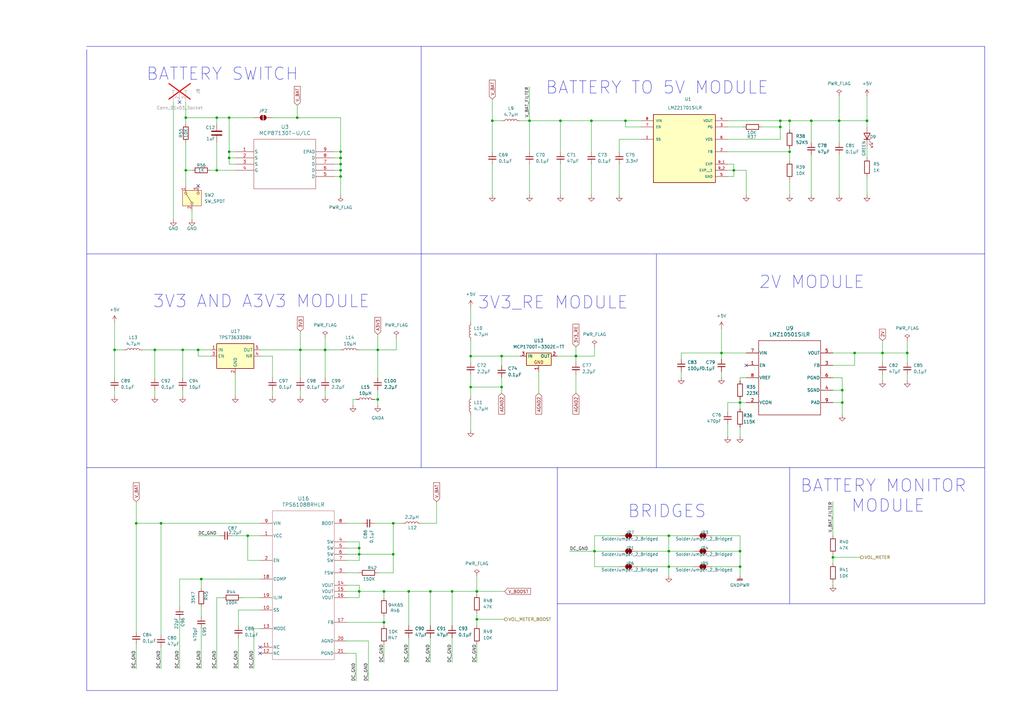
<source format=kicad_sch>
(kicad_sch (version 20250114) (generator "eeschema") (generator_version "9.0")
  (paper "A3")
  (title_block (title "Rabosa Micromouse") (rev "1.0") (company "XorvaLabs ") (comment 1 "Schematic design based on Green Ye's Green Giant 5.19V micromouse") (comment 2 "And in OPRobots streams"))
  (text "3V3_RE MODULE" (at 226.822 124.206 0) (effects (font (size 5.08 5.08))))
  (text "BATTERY SWITCH" (at 91.186 30.48 0) (effects (font (size 5.08 5.08))))
  (text "BATTERY MONITOR \nMODULE" (at 364.236 203.454 0) (effects (font (size 5.08 5.08))))
  (text "BRIDGES" (at 273.558 209.804 0) (effects (font (size 5.08 5.08))))
  (text "3V3 AND A3V3 MODULE" (at 107.188 123.698 0) (effects (font (size 5.08 5.08))))
  (text "2V MODULE" (at 332.994 115.824 0) (effects (font (size 5.08 5.08))))
  (text "BATTERY TO 5V MODULE" (at 269.494 36.068 0) (effects (font (size 5.08 5.08))))
  (junction (at 256.54 49.53))
  (junction (at 217.17 49.53))
  (junction (at 147.32 227.33))
  (junction (at 274.32 232.41))
  (junction (at 303.53 226.06))
  (junction (at 123.19 143.51))
  (junction (at 93.98 62.23))
  (junction (at 88.9 69.85))
  (junction (at 323.85 49.53))
  (junction (at 205.74 158.75))
  (junction (at 372.11 144.78))
  (junction (at 355.6 49.53))
  (junction (at 161.29 227.33))
  (junction (at 176.53 242.57))
  (junction (at 147.32 242.57))
  (junction (at 55.88 214.63))
  (junction (at 320.04 49.53))
  (junction (at 236.22 146.05))
  (junction (at 201.93 49.53))
  (junction (at 157.48 242.57))
  (junction (at 195.58 242.57))
  (junction (at 303.53 232.41))
  (junction (at 323.85 62.23))
  (junction (at 193.04 146.05))
  (junction (at 361.95 144.78))
  (junction (at 320.04 52.07))
  (junction (at 139.7 62.23))
  (junction (at 295.91 144.78))
  (junction (at 350.52 144.78))
  (junction (at 93.98 48.26))
  (junction (at 139.7 64.77))
  (junction (at 139.7 67.31))
  (junction (at 303.53 165.1))
  (junction (at 229.87 49.53))
  (junction (at 154.94 143.51))
  (junction (at 147.32 224.79))
  (junction (at 157.48 255.27))
  (junction (at 195.58 254))
  (junction (at 76.2 69.85))
  (junction (at 274.32 226.06))
  (junction (at 167.64 242.57))
  (junction (at 139.7 72.39))
  (junction (at 74.93 143.51))
  (junction (at 82.55 237.49))
  (junction (at 205.74 146.05))
  (junction (at 345.44 160.02))
  (junction (at 274.32 219.71))
  (junction (at 161.29 214.63))
  (junction (at 101.6 219.71))
  (junction (at 185.42 242.57))
  (junction (at 345.44 165.1))
  (junction (at 76.2 48.26))
  (junction (at 193.04 158.75))
  (junction (at 243.84 226.06))
  (junction (at 93.98 64.77))
  (junction (at 46.99 143.51))
  (junction (at 66.04 214.63))
  (junction (at 344.17 49.53))
  (junction (at 154.94 163.83))
  (junction (at 88.9 48.26))
  (junction (at 81.28 143.51))
  (junction (at 63.5 143.51))
  (junction (at 242.57 49.53))
  (junction (at 121.92 48.26))
  (junction (at 300.99 69.85))
  (junction (at 341.63 228.6))
  (junction (at 139.7 69.85))
  (junction (at 133.35 143.51))
  (junction (at 332.74 49.53))
  (no_connect (at 73.66 41.91))
  (no_connect (at 106.68 267.97))
  (no_connect (at 106.68 265.43))
  (no_connect (at 306.07 149.86))
  (no_connect (at 81.28 76.2))
  (wire (pts (xy 104.14 257.81) (xy 104.14 274.32)))
  (wire (pts (xy 153.67 163.83) (xy 154.94 163.83)))
  (wire (pts (xy 55.88 205.74) (xy 55.88 214.63)))
  (wire (pts (xy 88.9 245.11) (xy 88.9 274.32)))
  (wire (pts (xy 341.63 144.78) (xy 350.52 144.78)))
  (wire (pts (xy 133.35 138.43) (xy 133.35 143.51)))
  (wire (pts (xy 106.68 237.49) (xy 82.55 237.49)))
  (wire (pts (xy 147.32 222.25) (xy 147.32 224.79)))
  (wire (pts (xy 139.7 64.77) (xy 139.7 67.31)))
  (wire (pts (xy 46.99 143.51) (xy 46.99 154.94)))
  (wire (pts (xy 76.2 41.91) (xy 76.2 48.26)))
  (wire (pts (xy 195.58 236.22) (xy 195.58 242.57)))
  (wire (pts (xy 298.45 165.1) (xy 298.45 168.91)))
  (wire (pts (xy 193.04 146.05) (xy 193.04 148.59)))
  (wire (pts (xy 147.32 242.57) (xy 147.32 245.11)))
  (wire (pts (xy 320.04 49.53) (xy 298.45 49.53)))
  (wire (pts (xy 133.35 160.02) (xy 133.35 162.56)))
  (wire (pts (xy 111.76 146.05) (xy 111.76 154.94)))
  (wire (pts (xy 147.32 224.79) (xy 147.32 227.33)))
  (wire (pts (xy 205.74 146.05) (xy 213.36 146.05)))
  (wire (pts (xy 205.74 154.94) (xy 205.74 158.75)))
  (wire (pts (xy 242.57 62.23) (xy 242.57 49.53)))
  (wire (pts (xy 205.74 158.75) (xy 193.04 158.75)))
  (wire (pts (xy 95.25 219.71) (xy 101.6 219.71)))
  (wire (pts (xy 344.17 49.53) (xy 344.17 58.42)))
  (wire (pts (xy 344.17 49.53) (xy 355.6 49.53)))
  (wire (pts (xy 157.48 242.57) (xy 167.64 242.57)))
  (wire (pts (xy 303.53 175.26) (xy 303.53 179.07)))
  (wire (pts (xy 243.84 142.24) (xy 243.84 146.05)))
  (wire (pts (xy 361.95 148.59) (xy 361.95 144.78)))
  (wire (pts (xy 261.62 226.06) (xy 274.32 226.06)))
  (wire (pts (xy 300.99 67.31) (xy 300.99 69.85)))
  (wire (pts (xy 193.04 158.75) (xy 193.04 162.56)))
  (wire (pts (xy 256.54 49.53) (xy 262.89 49.53)))
  (wire (pts (xy 195.58 242.57) (xy 195.58 243.84)))
  (wire (pts (xy 298.45 67.31) (xy 300.99 67.31)))
  (wire (pts (xy 220.98 152.4) (xy 220.98 161.29)))
  (wire (pts (xy 193.04 153.67) (xy 193.04 158.75)))
  (wire (pts (xy 147.32 227.33) (xy 147.32 229.87)))
  (wire (pts (xy 96.52 162.56) (xy 96.52 153.67)))
  (wire (pts (xy 295.91 134.62) (xy 295.91 144.78)))
  (wire (pts (xy 179.07 214.63) (xy 172.72 214.63)))
  (polyline (pts (xy 172.72 19.05) (xy 172.72 104.14)))
  (polyline (pts (xy 35.56 20.32) (xy 35.56 283.21)))
  (wire (pts (xy 341.63 160.02) (xy 345.44 160.02)))
  (wire (pts (xy 195.58 242.57) (xy 207.01 242.57)))
  (wire (pts (xy 303.53 226.06) (xy 303.53 232.41)))
  (wire (pts (xy 74.93 143.51) (xy 81.28 143.51)))
  (wire (pts (xy 121.92 43.18) (xy 121.92 48.26)))
  (wire (pts (xy 303.53 163.83) (xy 303.53 165.1)))
  (wire (pts (xy 137.16 72.39) (xy 139.7 72.39)))
  (wire (pts (xy 55.88 214.63) (xy 55.88 259.08)))
  (wire (pts (xy 81.28 143.51) (xy 86.36 143.51)))
  (wire (pts (xy 93.98 64.77) (xy 93.98 62.23)))
  (wire (pts (xy 73.66 254) (xy 73.66 274.32)))
  (wire (pts (xy 137.16 67.31) (xy 139.7 67.31)))
  (wire (pts (xy 86.36 146.05) (xy 81.28 146.05)))
  (wire (pts (xy 176.53 242.57) (xy 185.42 242.57)))
  (wire (pts (xy 147.32 143.51) (xy 154.94 143.51)))
  (wire (pts (xy 82.55 237.49) (xy 82.55 241.3)))
  (wire (pts (xy 99.06 245.11) (xy 106.68 245.11)))
  (wire (pts (xy 236.22 153.67) (xy 236.22 161.29)))
  (wire (pts (xy 261.62 232.41) (xy 274.32 232.41)))
  (wire (pts (xy 111.76 48.26) (xy 121.92 48.26)))
  (polyline (pts (xy 35.56 191.77) (xy 228.6 191.77)))
  (wire (pts (xy 88.9 50.8) (xy 88.9 48.26)))
  (wire (pts (xy 295.91 144.78) (xy 306.07 144.78)))
  (wire (pts (xy 306.07 69.85) (xy 306.07 80.01)))
  (wire (pts (xy 274.32 226.06) (xy 284.48 226.06)))
  (wire (pts (xy 93.98 48.26) (xy 104.14 48.26)))
  (wire (pts (xy 71.12 41.91) (xy 71.12 90.17)))
  (wire (pts (xy 341.63 165.1) (xy 345.44 165.1)))
  (wire (pts (xy 341.63 205.74) (xy 341.63 219.71)))
  (wire (pts (xy 195.58 254) (xy 195.58 256.54)))
  (wire (pts (xy 88.9 69.85) (xy 86.36 69.85)))
  (wire (pts (xy 303.53 219.71) (xy 303.53 226.06)))
  (wire (pts (xy 139.7 48.26) (xy 139.7 62.23)))
  (wire (pts (xy 101.6 219.71) (xy 106.68 219.71)))
  (wire (pts (xy 146.05 267.97) (xy 146.05 279.4)))
  (polyline (pts (xy 403.86 247.65) (xy 323.85 247.65)))
  (wire (pts (xy 123.19 160.02) (xy 123.19 162.56)))
  (wire (pts (xy 341.63 238.76) (xy 341.63 240.03)))
  (wire (pts (xy 55.88 214.63) (xy 66.04 214.63)))
  (wire (pts (xy 254 232.41) (xy 243.84 232.41)))
  (polyline (pts (xy 403.86 104.14) (xy 403.86 247.65)))
  (polyline (pts (xy 269.24 104.14) (xy 269.24 191.77)))
  (wire (pts (xy 142.24 242.57) (xy 147.32 242.57)))
  (polyline (pts (xy 228.6 191.77) (xy 323.85 191.77)))
  (wire (pts (xy 229.87 67.31) (xy 229.87 80.01)))
  (wire (pts (xy 142.24 227.33) (xy 147.32 227.33)))
  (wire (pts (xy 185.42 242.57) (xy 185.42 256.54)))
  (wire (pts (xy 279.4 147.32) (xy 279.4 144.78)))
  (wire (pts (xy 154.94 163.83) (xy 154.94 166.37)))
  (wire (pts (xy 341.63 228.6) (xy 341.63 231.14)))
  (wire (pts (xy 154.94 143.51) (xy 154.94 154.94)))
  (wire (pts (xy 97.79 250.19) (xy 106.68 250.19)))
  (wire (pts (xy 137.16 69.85) (xy 139.7 69.85)))
  (wire (pts (xy 292.1 219.71) (xy 303.53 219.71)))
  (wire (pts (xy 73.66 237.49) (xy 82.55 237.49)))
  (wire (pts (xy 162.56 138.43) (xy 162.56 143.51)))
  (wire (pts (xy 55.88 264.16) (xy 55.88 274.32)))
  (wire (pts (xy 242.57 67.31) (xy 242.57 80.01)))
  (wire (pts (xy 157.48 264.16) (xy 157.48 271.78)))
  (wire (pts (xy 298.45 173.99) (xy 298.45 179.07)))
  (wire (pts (xy 50.8 143.51) (xy 46.99 143.51)))
  (wire (pts (xy 167.64 261.62) (xy 167.64 271.78)))
  (wire (pts (xy 179.07 205.74) (xy 179.07 214.63)))
  (wire (pts (xy 229.87 49.53) (xy 242.57 49.53)))
  (wire (pts (xy 106.68 146.05) (xy 111.76 146.05)))
  (wire (pts (xy 161.29 227.33) (xy 161.29 234.95)))
  (wire (pts (xy 217.17 67.31) (xy 217.17 80.01)))
  (wire (pts (xy 88.9 69.85) (xy 96.52 69.85)))
  (wire (pts (xy 279.4 152.4) (xy 279.4 154.94)))
  (wire (pts (xy 63.5 143.51) (xy 74.93 143.51)))
  (wire (pts (xy 46.99 160.02) (xy 46.99 162.56)))
  (wire (pts (xy 144.78 163.83) (xy 144.78 166.37)))
  (polyline (pts (xy 35.56 283.21) (xy 228.6 283.21)))
  (wire (pts (xy 298.45 165.1) (xy 303.53 165.1)))
  (wire (pts (xy 142.24 245.11) (xy 147.32 245.11)))
  (wire (pts (xy 320.04 49.53) (xy 320.04 52.07)))
  (wire (pts (xy 300.99 69.85) (xy 306.07 69.85)))
  (wire (pts (xy 88.9 48.26) (xy 93.98 48.26)))
  (wire (pts (xy 274.32 226.06) (xy 274.32 232.41)))
  (wire (pts (xy 185.42 261.62) (xy 185.42 271.78)))
  (wire (pts (xy 144.78 163.83) (xy 146.05 163.83)))
  (wire (pts (xy 279.4 144.78) (xy 295.91 144.78)))
  (wire (pts (xy 111.76 160.02) (xy 111.76 162.56)))
  (wire (pts (xy 97.79 261.62) (xy 97.79 274.32)))
  (wire (pts (xy 76.2 48.26) (xy 88.9 48.26)))
  (wire (pts (xy 341.63 154.94) (xy 345.44 154.94)))
  (wire (pts (xy 161.29 214.63) (xy 165.1 214.63)))
  (wire (pts (xy 151.13 262.89) (xy 151.13 279.4)))
  (wire (pts (xy 161.29 234.95) (xy 154.94 234.95)))
  (wire (pts (xy 104.14 257.81) (xy 106.68 257.81)))
  (wire (pts (xy 82.55 257.81) (xy 82.55 274.32)))
  (wire (pts (xy 303.53 167.64) (xy 303.53 165.1)))
  (wire (pts (xy 123.19 135.89) (xy 123.19 143.51)))
  (wire (pts (xy 332.74 49.53) (xy 323.85 49.53)))
  (wire (pts (xy 345.44 160.02) (xy 345.44 165.1)))
  (wire (pts (xy 142.24 224.79) (xy 147.32 224.79)))
  (wire (pts (xy 142.24 262.89) (xy 151.13 262.89)))
  (polyline (pts (xy 172.72 104.14) (xy 172.72 191.77)))
  (wire (pts (xy 323.85 60.96) (xy 323.85 62.23)))
  (wire (pts (xy 217.17 35.56) (xy 217.17 49.53)))
  (wire (pts (xy 66.04 214.63) (xy 106.68 214.63)))
  (wire (pts (xy 193.04 170.18) (xy 193.04 176.53)))
  (wire (pts (xy 167.64 242.57) (xy 167.64 256.54)))
  (wire (pts (xy 341.63 228.6) (xy 353.06 228.6)))
  (wire (pts (xy 148.59 214.63) (xy 142.24 214.63)))
  (wire (pts (xy 139.7 72.39) (xy 139.7 80.01)))
  (wire (pts (xy 320.04 49.53) (xy 323.85 49.53)))
  (wire (pts (xy 93.98 62.23) (xy 93.98 48.26)))
  (wire (pts (xy 292.1 232.41) (xy 303.53 232.41)))
  (wire (pts (xy 298.45 69.85) (xy 300.99 69.85)))
  (wire (pts (xy 167.64 242.57) (xy 176.53 242.57)))
  (wire (pts (xy 344.17 63.5) (xy 344.17 80.01)))
  (wire (pts (xy 205.74 146.05) (xy 205.74 149.86)))
  (wire (pts (xy 303.53 154.94) (xy 303.53 156.21)))
  (wire (pts (xy 274.32 232.41) (xy 284.48 232.41)))
  (polyline (pts (xy 35.56 104.14) (xy 403.86 104.14)))
  (wire (pts (xy 201.93 49.53) (xy 201.93 62.23)))
  (wire (pts (xy 320.04 52.07) (xy 320.04 57.15)))
  (wire (pts (xy 243.84 232.41) (xy 243.84 226.06)))
  (wire (pts (xy 133.35 143.51) (xy 133.35 154.94)))
  (wire (pts (xy 332.74 58.42) (xy 332.74 49.53)))
  (wire (pts (xy 81.28 219.71) (xy 90.17 219.71)))
  (wire (pts (xy 350.52 144.78) (xy 361.95 144.78)))
  (wire (pts (xy 233.68 226.06) (xy 243.84 226.06)))
  (wire (pts (xy 341.63 227.33) (xy 341.63 228.6)))
  (wire (pts (xy 157.48 255.27) (xy 157.48 256.54)))
  (wire (pts (xy 372.11 144.78) (xy 372.11 148.59)))
  (wire (pts (xy 254 57.15) (xy 254 62.23)))
  (wire (pts (xy 154.94 160.02) (xy 154.94 163.83)))
  (wire (pts (xy 97.79 250.19) (xy 97.79 256.54)))
  (wire (pts (xy 93.98 62.23) (xy 96.52 62.23)))
  (polyline (pts (xy 35.56 19.05) (xy 403.86 19.05)))
  (wire (pts (xy 323.85 73.66) (xy 323.85 80.01)))
  (wire (pts (xy 298.45 57.15) (xy 320.04 57.15)))
  (wire (pts (xy 303.53 236.22) (xy 303.53 232.41)))
  (wire (pts (xy 133.35 143.51) (xy 139.7 143.51)))
  (wire (pts (xy 63.5 160.02) (xy 63.5 162.56)))
  (wire (pts (xy 154.94 137.16) (xy 154.94 143.51)))
  (wire (pts (xy 142.24 255.27) (xy 157.48 255.27)))
  (wire (pts (xy 123.19 143.51) (xy 133.35 143.51)))
  (wire (pts (xy 147.32 227.33) (xy 161.29 227.33)))
  (wire (pts (xy 78.74 90.17) (xy 78.74 86.36)))
  (wire (pts (xy 345.44 154.94) (xy 345.44 160.02)))
  (wire (pts (xy 66.04 214.63) (xy 66.04 260.35)))
  (wire (pts (xy 300.99 69.85) (xy 300.99 72.39)))
  (wire (pts (xy 195.58 251.46) (xy 195.58 254)))
  (wire (pts (xy 193.04 139.7) (xy 193.04 146.05)))
  (wire (pts (xy 142.24 222.25) (xy 147.32 222.25)))
  (wire (pts (xy 303.53 226.06) (xy 292.1 226.06)))
  (wire (pts (xy 58.42 143.51) (xy 63.5 143.51)))
  (wire (pts (xy 66.04 265.43) (xy 66.04 274.32)))
  (wire (pts (xy 323.85 62.23) (xy 323.85 66.04)))
  (wire (pts (xy 312.42 52.07) (xy 320.04 52.07)))
  (wire (pts (xy 73.66 237.49) (xy 73.66 248.92)))
  (wire (pts (xy 142.24 234.95) (xy 147.32 234.95)))
  (wire (pts (xy 74.93 143.51) (xy 74.93 154.94)))
  (wire (pts (xy 261.62 219.71) (xy 274.32 219.71)))
  (wire (pts (xy 142.24 267.97) (xy 146.05 267.97)))
  (wire (pts (xy 213.36 49.53) (xy 217.17 49.53)))
  (wire (pts (xy 93.98 64.77) (xy 96.52 64.77)))
  (wire (pts (xy 161.29 214.63) (xy 161.29 227.33)))
  (wire (pts (xy 217.17 49.53) (xy 217.17 62.23)))
  (wire (pts (xy 176.53 261.62) (xy 176.53 271.78)))
  (wire (pts (xy 46.99 132.08) (xy 46.99 143.51)))
  (wire (pts (xy 306.07 154.94) (xy 303.53 154.94)))
  (wire (pts (xy 228.6 146.05) (xy 236.22 146.05)))
  (wire (pts (xy 147.32 242.57) (xy 157.48 242.57)))
  (wire (pts (xy 176.53 242.57) (xy 176.53 256.54)))
  (wire (pts (xy 88.9 58.42) (xy 88.9 69.85)))
  (wire (pts (xy 139.7 67.31) (xy 139.7 69.85)))
  (wire (pts (xy 350.52 149.86) (xy 350.52 144.78)))
  (wire (pts (xy 295.91 152.4) (xy 295.91 154.94)))
  (wire (pts (xy 195.58 254) (xy 207.01 254)))
  (wire (pts (xy 76.2 69.85) (xy 76.2 76.2)))
  (polyline (pts (xy 323.85 191.77) (xy 323.85 247.65)))
  (wire (pts (xy 76.2 69.85) (xy 78.74 69.85)))
  (polyline (pts (xy 228.6 247.65) (xy 323.85 247.65)))
  (wire (pts (xy 298.45 62.23) (xy 323.85 62.23)))
  (wire (pts (xy 123.19 143.51) (xy 123.19 154.94)))
  (wire (pts (xy 201.93 40.64) (xy 201.93 49.53)))
  (wire (pts (xy 106.68 143.51) (xy 123.19 143.51)))
  (wire (pts (xy 355.6 49.53) (xy 355.6 52.07)))
  (wire (pts (xy 82.55 248.92) (xy 82.55 252.73)))
  (wire (pts (xy 193.04 146.05) (xy 205.74 146.05)))
  (wire (pts (xy 372.11 153.67) (xy 372.11 156.21)))
  (wire (pts (xy 332.74 49.53) (xy 344.17 49.53)))
  (wire (pts (xy 81.28 146.05) (xy 81.28 143.51)))
  (wire (pts (xy 205.74 158.75) (xy 205.74 161.29)))
  (wire (pts (xy 242.57 49.53) (xy 256.54 49.53)))
  (wire (pts (xy 361.95 139.7) (xy 361.95 144.78)))
  (wire (pts (xy 139.7 48.26) (xy 121.92 48.26)))
  (wire (pts (xy 229.87 62.23) (xy 229.87 49.53)))
  (wire (pts (xy 262.89 57.15) (xy 254 57.15)))
  (wire (pts (xy 76.2 58.42) (xy 76.2 69.85)))
  (wire (pts (xy 262.89 52.07) (xy 256.54 52.07)))
  (wire (pts (xy 137.16 62.23) (xy 139.7 62.23)))
  (wire (pts (xy 139.7 62.23) (xy 139.7 64.77)))
  (wire (pts (xy 254 219.71) (xy 243.84 219.71)))
  (wire (pts (xy 185.42 242.57) (xy 195.58 242.57)))
  (wire (pts (xy 93.98 67.31) (xy 93.98 64.77)))
  (wire (pts (xy 217.17 49.53) (xy 229.87 49.53)))
  (wire (pts (xy 341.63 149.86) (xy 350.52 149.86)))
  (wire (pts (xy 153.67 214.63) (xy 161.29 214.63)))
  (wire (pts (xy 91.44 245.11) (xy 88.9 245.11)))
  (polyline (pts (xy 403.86 19.05) (xy 403.86 104.14)))
  (wire (pts (xy 274.32 232.41) (xy 274.32 236.22)))
  (wire (pts (xy 193.04 125.73) (xy 193.04 132.08)))
  (wire (pts (xy 323.85 49.53) (xy 323.85 53.34)))
  (wire (pts (xy 256.54 52.07) (xy 256.54 49.53)))
  (polyline (pts (xy 323.85 191.77) (xy 403.86 191.77)))
  (wire (pts (xy 137.16 64.77) (xy 139.7 64.77)))
  (wire (pts (xy 101.6 219.71) (xy 101.6 229.87)))
  (wire (pts (xy 361.95 153.67) (xy 361.95 156.21)))
  (wire (pts (xy 201.93 67.31) (xy 201.93 80.01)))
  (wire (pts (xy 63.5 143.51) (xy 63.5 154.94)))
  (wire (pts (xy 101.6 229.87) (xy 106.68 229.87)))
  (wire (pts (xy 154.94 143.51) (xy 162.56 143.51)))
  (polyline (pts (xy 228.6 283.21) (xy 228.6 191.77)))
  (wire (pts (xy 274.32 219.71) (xy 284.48 219.71)))
  (wire (pts (xy 355.6 39.37) (xy 355.6 49.53)))
  (wire (pts (xy 298.45 52.07) (xy 304.8 52.07)))
  (wire (pts (xy 298.45 72.39) (xy 300.99 72.39)))
  (wire (pts (xy 345.44 165.1) (xy 345.44 170.18)))
  (wire (pts (xy 361.95 144.78) (xy 372.11 144.78)))
  (wire (pts (xy 355.6 72.39) (xy 355.6 80.01)))
  (wire (pts (xy 344.17 39.37) (xy 344.17 49.53)))
  (wire (pts (xy 303.53 165.1) (xy 306.07 165.1)))
  (wire (pts (xy 142.24 240.03) (xy 147.32 240.03)))
  (wire (pts (xy 355.6 59.69) (xy 355.6 64.77)))
  (wire (pts (xy 139.7 69.85) (xy 139.7 72.39)))
  (wire (pts (xy 332.74 63.5) (xy 332.74 80.01)))
  (wire (pts (xy 157.48 252.73) (xy 157.48 255.27)))
  (wire (pts (xy 243.84 219.71) (xy 243.84 226.06)))
  (wire (pts (xy 372.11 139.7) (xy 372.11 144.78)))
  (wire (pts (xy 254 67.31) (xy 254 80.01)))
  (wire (pts (xy 295.91 144.78) (xy 295.91 147.32)))
  (wire (pts (xy 76.2 48.26) (xy 76.2 50.8)))
  (wire (pts (xy 195.58 264.16) (xy 195.58 271.78)))
  (wire (pts (xy 236.22 146.05) (xy 243.84 146.05)))
  (wire (pts (xy 157.48 242.57) (xy 157.48 245.11)))
  (wire (pts (xy 147.32 240.03) (xy 147.32 242.57)))
  (wire (pts (xy 142.24 229.87) (xy 147.32 229.87)))
  (wire (pts (xy 274.32 219.71) (xy 274.32 226.06)))
  (wire (pts (xy 236.22 142.24) (xy 236.22 146.05)))
  (wire (pts (xy 201.93 49.53) (xy 205.74 49.53)))
  (wire (pts (xy 236.22 146.05) (xy 236.22 148.59)))
  (wire (pts (xy 243.84 226.06) (xy 254 226.06)))
  (wire (pts (xy 96.52 67.31) (xy 93.98 67.31)))
  (wire (pts (xy 74.93 160.02) (xy 74.93 162.56)))
  (label "DC_GND" (at 88.9 274.32 90))
  (label "DC_GND" (at 55.88 274.32 90))
  (label "DC_GND" (at 146.05 279.4 90))
  (label "DC_GND" (at 81.28 219.71 0))
  (label "DC_GND" (at 73.66 274.32 90))
  (label "DC_GND" (at 151.13 279.4 90))
  (label "V_BAT_FILTER" (at 217.17 35.56 270))
  (label "DC_GND" (at 97.79 274.32 90))
  (label "DC_GND" (at 104.14 274.32 90))
  (label "DC_GND" (at 82.55 274.32 90))
  (label "DC_GND" (at 195.58 271.78 90))
  (label "V_BAT_FILTER" (at 341.63 205.74 270))
  (label "DC_GND" (at 185.42 271.78 90))
  (label "DC_GND" (at 233.68 226.06 0))
  (label "DC_GND" (at 176.53 271.78 90))
  (label "DC_GND" (at 167.64 271.78 90))
  (label "DC_GND" (at 157.48 271.78 90))
  (label "DC_GND" (at 66.04 274.32 90))
  (global_label "V_BAT" (shape input) (at 179.07 205.74 90) (property "Intersheetrefs" "${INTERSHEET_REFS}" (effects (hide yes))))
  (global_label "3V3" (shape input) (at 123.19 135.89 90) (property "Intersheetrefs" "${INTERSHEET_REFS}" (effects (hide yes))))
  (global_label "2V" (shape input) (at 361.95 139.7 90) (property "Intersheetrefs" "${INTERSHEET_REFS}" (effects (hide yes))))
  (global_label "AGND2" (shape input) (at 205.74 161.29 270) (property "Intersheetrefs" "${INTERSHEET_REFS}" (effects (hide yes))))
  (global_label "3V3_RE" (shape input) (at 236.22 142.24 90) (property "Intersheetrefs" "${INTERSHEET_REFS}" (effects (hide yes))))
  (global_label "V_BAT" (shape input) (at 121.92 43.18 90) (property "Intersheetrefs" "${INTERSHEET_REFS}" (effects (hide yes))))
  (global_label "V_BAT" (shape input) (at 201.93 40.64 90) (property "Intersheetrefs" "${INTERSHEET_REFS}" (effects (hide yes))))
  (global_label "A3V3" (shape input) (at 154.94 137.16 90) (property "Intersheetrefs" "${INTERSHEET_REFS}" (effects (hide yes))))
  (global_label "AGND2" (shape input) (at 220.98 161.29 270) (property "Intersheetrefs" "${INTERSHEET_REFS}" (effects (hide yes))))
  (global_label "V_BAT" (shape input) (at 55.88 205.74 90) (property "Intersheetrefs" "${INTERSHEET_REFS}" (effects (hide yes))))
  (global_label "V_BOOST" (shape input) (at 207.01 242.57 0) (property "Intersheetrefs" "${INTERSHEET_REFS}" (effects (hide yes))))
  (global_label "AGND2" (shape input) (at 236.22 161.29 270) (property "Intersheetrefs" "${INTERSHEET_REFS}" (effects (hide yes))))
  (hierarchical_label "VOL_METER_BOOST" (shape output) (at 207.01 254 0))
  (hierarchical_label "VOL_METER" (shape output) (at 353.06 228.6 0))
  (symbol (lib_id "power:GND") (at 323.85 80.01 0) (unit 1)
    (property "Reference" "#PWR070" (effects (hide yes)))
    (property "Value" "GND" (effects (hide yes)))
    (property "Description" "Power symbol creates a global label with name \"GND\" , ground" (effects (hide yes)))
  )
  (symbol (lib_id "Device:C_Small") (at 55.88 261.62 0) (mirror y) (unit 1)
    (property "Reference" "C84" (at 58.42 260.3562 0) (effects (justify right)))
    (property "Value" "0.1µF" (at 58.42 262.8962 0) (effects (justify right)))
    (property "Footprint" "Capacitor_SMD:C_0402_1005Metric" (effects (hide yes)))
    (property "Description" "Unpolarized capacitor, small symbol" (effects (hide yes)))
    (property "JLCPCB Part #" "C1525" (effects (hide yes)))
  )
  (symbol (lib_id "Device:R") (at 76.2 54.61 180) (unit 1)
    (property "Reference" "R55" (at 74.168 54.61 90))
    (property "Value" "10K" (at 76.2 54.61 90))
    (property "Footprint" "Resistor_SMD:R_0402_1005Metric" (effects (hide yes)))
    (property "Description" "Resistor" (effects (hide yes)))
    (property "JLCPCB Part #" "C174175" (effects (hide yes)))
  )
  (symbol (lib_id "Jumper:SolderJumper_2_Bridged") (at 257.81 226.06 0) (unit 1) (in_bom no)
    (property "Reference" "JP1" (at 258.318 224.79 0))
    (property "Value" "SolderJumper_2_Bridged" (at 258.318 227.33 0))
    (property "Footprint" "Jumper:SolderJumper-2_P1.3mm_Bridged2Bar_RoundedPad1.0x1.5mm" (effects (hide yes)))
    (property "Description" "Solder Jumper, 2-pole, closed/bridged" (effects (hide yes)))
    (property "JLCPCB Part #" "NONE" (effects (hide yes)))
  )
  (symbol (lib_id "power:GND") (at 372.11 156.21 0) (unit 1)
    (property "Reference" "#PWR078" (effects (hide yes)))
    (property "Value" "GND" (effects (hide yes)))
    (property "Description" "Power symbol creates a global label with name \"GND\" , ground" (effects (hide yes)))
  )
  (symbol (lib_id "Device:L") (at 193.04 166.37 180) (unit 1)
    (property "Reference" "L11" (at 194.31 165.0999 0) (effects (justify right)))
    (property "Value" "4.7µH" (at 194.31 167.6399 0) (effects (justify right)))
    (property "Footprint" "Inductor_SMD:L_1210_3225Metric" (effects (hide yes)))
    (property "Description" "Inductor" (effects (hide yes)))
    (property "JLCPCB Part #" "C56767" (effects (hide yes)))
  )
  (symbol (lib_id "mosfets:MCP87130T-U_LC") (at 96.52 62.23 0) (unit 1)
    (property "Reference" "U3" (at 116.84 52.07 0) (effects (font (size 1.524 1.524))))
    (property "Value" "MCP87130T-U/LC" (at 116.84 54.61 0) (effects (font (size 1.524 1.524))))
    (property "Footprint" "MOSFETs:MCP87130T_U_LC" (effects (hide yes)))
    (property "Datasheet" "https://ww1.microchip.com/downloads/en/DeviceDoc/20005159B.pdf" (effects (hide yes)))
    (property "JLCPCB Part #" "C220835" (effects (hide yes)))
  )
  (symbol (lib_id "Device:R") (at 195.58 260.35 0) (unit 1)
    (property "Reference" "R49" (at 198.12 259.0799 0) (effects (justify left)))
    (property "Value" "10K" (at 198.12 261.6199 0) (effects (justify left)))
    (property "Footprint" "Resistor_SMD:R_0402_1005Metric" (effects (hide yes)))
    (property "Description" "Resistor" (effects (hide yes)))
    (property "JLCPCB Part #" "C174175" (effects (hide yes)))
  )
  (symbol (lib_id "dc-dc:LMZ10501SILR") (at 323.85 154.94 0) (unit 1)
    (property "Reference" "U9" (at 323.85 134.62 0) (effects (font (size 1.524 1.524))))
    (property "Value" "LMZ10501SILR" (at 323.85 137.16 0) (effects (font (size 1.524 1.524))))
    (property "Footprint" "pcb_dc-dc:lmz10501" (effects (hide yes)))
    (property "Datasheet" "https://www.ti.com/lit/gpn/lmz10501" (effects (hide yes)))
    (property "JLCPCB Part #" "C527412" (effects (hide yes)))
  )
  (symbol (lib_id "Device:C_Small") (at 66.04 262.89 0) (mirror y) (unit 1)
    (property "Reference" "C80" (at 68.58 261.6262 0) (effects (justify right)))
    (property "Value" "47µF" (at 68.58 264.1662 0) (effects (justify right)))
    (property "Footprint" "Capacitor_SMD:C_0603_1608Metric" (effects (hide yes)))
    (property "Description" "Unpolarized capacitor, small symbol" (effects (hide yes)))
    (property "JLCPCB Part #" "C4980625" (effects (hide yes)))
  )
  (symbol (lib_id "power:GND") (at 361.95 156.21 0) (unit 1)
    (property "Reference" "#PWR077" (effects (hide yes)))
    (property "Value" "GND" (effects (hide yes)))
    (property "Description" "Power symbol creates a global label with name \"GND\" , ground" (effects (hide yes)))
  )
  (symbol (lib_id "Device:R") (at 195.58 247.65 0) (unit 1)
    (property "Reference" "R48" (at 198.12 246.3799 0) (effects (justify left)))
    (property "Value" "47K" (at 198.12 248.9199 0) (effects (justify left)))
    (property "Footprint" "Resistor_SMD:R_0402_1005Metric" (effects (hide yes)))
    (property "Description" "Resistor" (effects (hide yes)))
    (property "JLCPCB Part #" "C25563" (effects (hide yes)))
  )
  (symbol (lib_id "Device:LED") (at 355.6 55.88 90) (unit 1)
    (property "Reference" "D9" (at 356.616 56.134 90) (effects (justify right)))
    (property "Value" "GREEN" (at 354.33 57.658 0) (effects (justify right)))
    (property "Footprint" "LED_SMD:LED_0402_1005Metric" (effects (hide yes)))
    (property "Description" "Light emitting diode" (effects (hide yes)))
    (property "Sim.Pins" "1=K 2=A" (effects (hide yes)))
    (property "JLCPCB Part #" "C9900005854" (effects (hide yes)))
  )
  (symbol (lib_id "Device:R") (at 323.85 69.85 0) (unit 1)
    (property "Reference" "R39" (at 326.39 68.5799 0) (effects (justify left)))
    (property "Value" "10K" (at 326.39 71.1199 0) (effects (justify left)))
    (property "Footprint" "Resistor_SMD:R_0402_1005Metric" (effects (hide yes)))
    (property "Description" "Resistor" (effects (hide yes)))
    (property "JLCPCB Part #" "C174175" (effects (hide yes)))
  )
  (symbol (lib_id "Device:C_Small") (at 205.74 152.4 0) (unit 1)
    (property "Reference" "C74" (at 208.28 151.1362 0) (effects (justify left)))
    (property "Value" "0.1µF" (at 208.28 153.6762 0) (effects (justify left)))
    (property "Footprint" "Capacitor_SMD:C_0402_1005Metric" (effects (hide yes)))
    (property "Description" "Unpolarized capacitor, small symbol" (effects (hide yes)))
    (property "JLCPCB Part #" "C1525" (effects (hide yes)))
  )
  (symbol (lib_id "Jumper:SolderJumper_2_Bridged") (at 288.29 232.41 0) (unit 1) (in_bom no)
    (property "Reference" "JP5" (at 288.798 231.14 0))
    (property "Value" "SolderJumper_2_Bridged" (at 288.798 233.68 0))
    (property "Footprint" "Jumper:SolderJumper-2_P1.3mm_Bridged2Bar_RoundedPad1.0x1.5mm" (effects (hide yes)))
    (property "Description" "Solder Jumper, 2-pole, closed/bridged" (effects (hide yes)))
    (property "JLCPCB Part #" "NONE" (effects (hide yes)))
  )
  (symbol (lib_id "power:PWR_FLAG") (at 139.7 80.01 180) (unit 1)
    (property "Reference" "#FLG01" (effects (hide yes)))
    (property "Value" "PWR_FLAG" (at 139.7 85.09 0))
    (property "Description" "Special symbol for telling ERC where power comes from" (effects (hide yes)))
  )
  (symbol (lib_id "Connector:Conn_01x03_Socket") (at 73.66 36.83 90) (unit 1) (dnp yes)
    (property "Reference" "J8" (at 81.28 37.465 0))
    (property "Value" "Conn_01x03_Socket" (at 73.66 44.196 90))
    (property "Footprint" "Connector_JST:JST_XH_B3B-XH-A_1x03_P2.50mm_Vertical" (effects (hide yes)))
    (property "Description" "Generic connector, single row, 01x03, script generated" (effects (hide yes)))
    (property "JLCPCB Part #" "C131339" (effects (hide yes)))
  )
  (symbol (lib_id "power:PWR_FLAG") (at 344.17 39.37 0) (unit 1)
    (property "Reference" "#FLG02" (effects (hide yes)))
    (property "Value" "PWR_FLAG" (at 344.17 34.29 0))
    (property "Description" "Special symbol for telling ERC where power comes from" (effects (hide yes)))
  )
  (symbol (lib_id "Device:L") (at 193.04 135.89 180) (unit 1)
    (property "Reference" "L10" (at 194.31 134.6199 0) (effects (justify right)))
    (property "Value" "4.7µH" (at 194.31 137.1599 0) (effects (justify right)))
    (property "Footprint" "Inductor_SMD:L_1210_3225Metric" (effects (hide yes)))
    (property "Description" "Inductor" (effects (hide yes)))
    (property "JLCPCB Part #" "C56767" (effects (hide yes)))
  )
  (symbol (lib_id "Device:R") (at 303.53 171.45 0) (unit 1)
    (property "Reference" "R36" (at 304.8 170.434 0) (effects (justify left)))
    (property "Value" "115K" (at 304.8 172.974 0) (effects (justify left)))
    (property "Footprint" "Resistor_SMD:R_0402_1005Metric" (effects (hide yes)))
    (property "Description" "Resistor" (effects (hide yes)))
    (property "JLCPCB Part #" "C25747" (effects (hide yes)))
  )
  (symbol (lib_id "Device:C_Small") (at 372.11 151.13 0) (unit 1)
    (property "Reference" "C85" (at 374.65 149.8662 0) (effects (justify left)))
    (property "Value" "0.1µF" (at 374.65 152.4062 0) (effects (justify left)))
    (property "Footprint" "Capacitor_SMD:C_0402_1005Metric" (effects (hide yes)))
    (property "Description" "Unpolarized capacitor, small symbol" (effects (hide yes)))
    (property "JLCPCB Part #" "C1525" (effects (hide yes)))
  )
  (symbol (lib_id "power:GND") (at 341.63 240.03 0) (unit 1)
    (property "Reference" "#PWR072" (effects (hide yes)))
    (property "Value" "GND" (effects (hide yes)))
    (property "Description" "Power symbol creates a global label with name \"GND\" , ground" (effects (hide yes)))
  )
  (symbol (lib_id "power:GND") (at 111.76 162.56 0) (unit 1)
    (property "Reference" "#PWR050" (effects (hide yes)))
    (property "Value" "GND" (effects (hide yes)))
    (property "Description" "Power symbol creates a global label with name \"GND\" , ground" (effects (hide yes)))
  )
  (symbol (lib_id "Device:R") (at 157.48 248.92 0) (unit 1)
    (property "Reference" "R46" (at 162.052 250.444 0))
    (property "Value" "94K65" (at 162.306 248.158 0))
    (property "Footprint" "Resistor_SMD:R_0402_1005Metric" (effects (hide yes)))
    (property "Description" "Resistor" (effects (hide yes)))
    (property "JLCPCB Part #" "C22375098" (effects (hide yes)))
  )
  (symbol (lib_id "power:PWR_FLAG") (at 133.35 138.43 0) (unit 1)
    (property "Reference" "#FLG07" (effects (hide yes)))
    (property "Value" "PWR_FLAG" (at 133.35 133.35 0))
    (property "Description" "Special symbol for telling ERC where power comes from" (effects (hide yes)))
  )
  (symbol (lib_id "Device:C") (at 88.9 54.61 0) (unit 1)
    (property "Reference" "C12" (at 84.328 52.324 0) (effects (justify left)))
    (property "Value" "1uF" (at 84.582 56.896 0) (effects (justify left)))
    (property "Footprint" "Capacitor_SMD:C_0402_1005Metric" (effects (hide yes)))
    (property "Description" "Unpolarized capacitor" (effects (hide yes)))
    (property "JLCPCB Part #" "C14445" (effects (hide yes)))
  )
  (symbol (lib_id "Device:C_Small") (at 344.17 60.96 0) (unit 1)
    (property "Reference" "C81" (at 346.71 59.6962 0) (effects (justify left)))
    (property "Value" "0.1µF" (at 346.71 62.2362 0) (effects (justify left)))
    (property "Footprint" "Capacitor_SMD:C_0402_1005Metric" (effects (hide yes)))
    (property "Description" "Unpolarized capacitor, small symbol" (effects (hide yes)))
    (property "JLCPCB Part #" "C1525" (effects (hide yes)))
  )
  (symbol (lib_id "Device:L") (at 209.55 49.53 90) (unit 1)
    (property "Reference" "L9" (at 209.55 44.45 90))
    (property "Value" "4.7µH" (at 209.55 46.99 90))
    (property "Footprint" "Inductor_SMD:L_1210_3225Metric" (effects (hide yes)))
    (property "Description" "Inductor" (effects (hide yes)))
    (property "JLCPCB Part #" "C56767" (effects (hide yes)))
  )
  (symbol (lib_id "Device:R") (at 82.55 245.11 0) (unit 1)
    (property "Reference" "R45" (at 84.582 244.348 90))
    (property "Value" "35K7" (at 79.248 245.11 90))
    (property "Footprint" "Resistor_SMD:R_0402_1005Metric" (effects (hide yes)))
    (property "Description" "Resistor" (effects (hide yes)))
    (property "JLCPCB Part #" "C26975" (effects (hide yes)))
  )
  (symbol (lib_id "Device:L") (at 168.91 214.63 270) (mirror x) (unit 1)
    (property "Reference" "L12" (at 169.164 216.408 90))
    (property "Value" "2.2µH" (at 168.91 212.09 90))
    (property "Footprint" "PCM_Inductor_SMD_AKL:L_Coilcraft_XAL5030" (effects (hide yes)))
    (property "Description" "Inductor" (effects (hide yes)))
    (property "JLCPCB Part #" "C920280" (effects (hide yes)))
  )
  (symbol (lib_id "dc-dc:TPS61088RHLR") (at 124.46 240.03 0) (unit 1)
    (property "Reference" "U16" (at 124.46 204.47 0) (effects (font (size 1.524 1.524))))
    (property "Value" "TPS61088RHLR" (at 124.46 207.01 0) (effects (font (size 1.524 1.524))))
    (property "Footprint" "pcb_dc-dc:IC_TPS61088RHLR" (effects (hide yes)))
    (property "Datasheet" "https://www.ti.com/lit/ds/symlink/tps61088.pdf" (effects (hide yes)))
    (property "JLCPCB Part #" "C87357" (effects (hide yes)))
  )
  (symbol (lib_id "power:GND") (at 306.07 80.01 0) (unit 1)
    (property "Reference" "#PWR069" (effects (hide yes)))
    (property "Value" "GND" (effects (hide yes)))
    (property "Description" "Power symbol creates a global label with name \"GND\" , ground" (effects (hide yes)))
  )
  (symbol (lib_id "Device:C_Small") (at 185.42 259.08 0) (unit 1)
    (property "Reference" "C93" (at 187.96 257.8162 0) (effects (justify left)))
    (property "Value" "0.1µF" (at 187.96 260.3562 0) (effects (justify left)))
    (property "Footprint" "Capacitor_SMD:C_0402_1005Metric" (effects (hide yes)))
    (property "Description" "Unpolarized capacitor, small symbol" (effects (hide yes)))
    (property "JLCPCB Part #" "C1525" (effects (hide yes)))
  )
  (symbol (lib_id "Device:C_Small") (at 361.95 151.13 0) (unit 1)
    (property "Reference" "C82" (at 364.49 149.8662 0) (effects (justify left)))
    (property "Value" "47µF" (at 364.49 152.4062 0) (effects (justify left)))
    (property "Footprint" "Capacitor_SMD:C_0603_1608Metric" (effects (hide yes)))
    (property "Description" "Unpolarized capacitor, small symbol" (effects (hide yes)))
    (property "JLCPCB Part #" "C4980625" (effects (hide yes)))
  )
  (symbol (lib_id "power:GNDA") (at 154.94 166.37 0) (unit 1)
    (property "Reference" "#PWR054" (effects (hide yes)))
    (property "Value" "GNDA" (at 154.94 171.45 0))
    (property "Description" "Power symbol creates a global label with name \"GNDA\" , analog ground" (effects (hide yes)))
  )
  (symbol (lib_id "power:+5V") (at 46.99 132.08 0) (unit 1)
    (property "Reference" "#PWR043" (effects (hide yes)))
    (property "Value" "+5V" (at 46.99 127 0))
    (property "Description" "Power symbol creates a global label with name \"+5V\"" (effects (hide yes)))
  )
  (symbol (lib_id "Device:R") (at 323.85 57.15 0) (unit 1)
    (property "Reference" "R38" (at 326.39 55.8799 0) (effects (justify left)))
    (property "Value" "52K5" (at 326.39 58.4199 0) (effects (justify left)))
    (property "Footprint" "Resistor_SMD:R_0402_1005Metric" (effects (hide yes)))
    (property "Description" "Resistor" (effects (hide yes)))
    (property "JLCPCB Part #" "C325555" (effects (hide yes)))
  )
  (symbol (lib_id "power:GND") (at 144.78 166.37 0) (unit 1)
    (property "Reference" "#PWR053" (effects (hide yes)))
    (property "Value" "GND" (effects (hide yes)))
    (property "Description" "Power symbol creates a global label with name \"GND\" , ground" (effects (hide yes)))
  )
  (symbol (lib_id "Device:C_Small") (at 295.91 149.86 0) (mirror y) (unit 1)
    (property "Reference" "C79" (at 293.37 148.5962 0) (effects (justify left)))
    (property "Value" "0.1µF" (at 293.37 151.1362 0) (effects (justify left)))
    (property "Footprint" "Capacitor_SMD:C_0402_1005Metric" (effects (hide yes)))
    (property "Description" "Unpolarized capacitor, small symbol" (effects (hide yes)))
    (property "JLCPCB Part #" "C1525" (effects (hide yes)))
  )
  (symbol (lib_id "Device:R") (at 303.53 160.02 0) (unit 1)
    (property "Reference" "R35" (at 306.07 158.7499 0) (effects (justify left)))
    (property "Value" "223K" (at 306.07 161.2899 0) (effects (justify left)))
    (property "Footprint" "Resistor_SMD:R_0402_1005Metric" (effects (hide yes)))
    (property "Description" "Resistor" (effects (hide yes)))
    (property "JLCPCB Part #" "C25546" (effects (hide yes)))
  )
  (symbol (lib_id "Device:C_Small") (at 254 64.77 0) (unit 1)
    (property "Reference" "C75" (at 256.54 63.5062 0) (effects (justify left)))
    (property "Value" "3.3nF" (at 256.54 66.0462 0) (effects (justify left)))
    (property "Footprint" "Capacitor_SMD:C_0402_1005Metric" (effects (hide yes)))
    (property "Description" "Unpolarized capacitor, small symbol" (effects (hide yes)))
    (property "JLCPCB Part #" "C1536" (effects (hide yes)))
  )
  (symbol (lib_id "Device:C_Small") (at 217.17 64.77 0) (unit 1)
    (property "Reference" "C70" (at 219.71 63.5062 0) (effects (justify left)))
    (property "Value" "0.1µF" (at 219.71 66.0462 0) (effects (justify left)))
    (property "Footprint" "Capacitor_SMD:C_0402_1005Metric" (effects (hide yes)))
    (property "Description" "Unpolarized capacitor, small symbol" (effects (hide yes)))
    (property "JLCPCB Part #" "C1525" (effects (hide yes)))
  )
  (symbol (lib_id "Device:C_Small") (at 46.99 157.48 0) (unit 1)
    (property "Reference" "C89" (at 49.53 156.2162 0) (effects (justify left)))
    (property "Value" "0.1µF" (at 49.53 158.7562 0) (effects (justify left)))
    (property "Footprint" "Capacitor_SMD:C_0402_1005Metric" (effects (hide yes)))
    (property "Description" "Unpolarized capacitor, small symbol" (effects (hide yes)))
    (property "JLCPCB Part #" "C1525" (effects (hide yes)))
  )
  (symbol (lib_id "power:PWR_FLAG") (at 195.58 236.22 0) (unit 1)
    (property "Reference" "#FLG05" (effects (hide yes)))
    (property "Value" "PWR_FLAG" (at 195.58 231.14 0))
    (property "Description" "Special symbol for telling ERC where power comes from" (effects (hide yes)))
  )
  (symbol (lib_id "Device:C_Small") (at 74.93 157.48 0) (unit 1)
    (property "Reference" "C94" (at 77.47 156.2162 0) (effects (justify left)))
    (property "Value" "10µF" (at 77.47 158.7562 0) (effects (justify left)))
    (property "Footprint" "Capacitor_SMD:C_0402_1005Metric" (effects (hide yes)))
    (property "Description" "Unpolarized capacitor, small symbol" (effects (hide yes)))
    (property "JLCPCB Part #" "C15525" (effects (hide yes)))
  )
  (symbol (lib_id "Device:C_Small") (at 73.66 251.46 0) (mirror y) (unit 1)
    (property "Reference" "C96" (at 74.93 253.238 90) (effects (justify right)))
    (property "Value" "22pF" (at 72.39 253.238 90) (effects (justify right)))
    (property "Footprint" "Capacitor_SMD:C_0402_1005Metric" (effects (hide yes)))
    (property "Description" "Unpolarized capacitor, small symbol" (effects (hide yes)))
    (property "JLCPCB Part #" "C1555" (effects (hide yes)))
  )
  (symbol (lib_id "Device:C_Small") (at 82.55 255.27 0) (mirror y) (unit 1)
    (property "Reference" "C95" (at 83.82 257.048 90) (effects (justify right)))
    (property "Value" "470pF" (at 80.01 257.048 90) (effects (justify right)))
    (property "Footprint" "Capacitor_SMD:C_0402_1005Metric" (effects (hide yes)))
    (property "Description" "Unpolarized capacitor, small symbol" (effects (hide yes)))
    (property "JLCPCB Part #" "C1537" (effects (hide yes)))
  )
  (symbol (lib_id "power:GND") (at 63.5 162.56 0) (unit 1)
    (property "Reference" "#PWR045" (effects (hide yes)))
    (property "Value" "GND" (effects (hide yes)))
    (property "Description" "Power symbol creates a global label with name \"GND\" , ground" (effects (hide yes)))
  )
  (symbol (lib_id "Device:R") (at 95.25 245.11 90) (unit 1)
    (property "Reference" "R44" (at 94.742 242.824 90))
    (property "Value" "100K" (at 94.996 247.142 90))
    (property "Footprint" "Resistor_SMD:R_0402_1005Metric" (effects (hide yes)))
    (property "Description" "Resistor" (effects (hide yes)))
    (property "JLCPCB Part #" "C25530" (effects (hide yes)))
  )
  (symbol (lib_id "Device:R") (at 82.55 69.85 90) (unit 1)
    (property "Reference" "R56" (at 82.55 67.818 90))
    (property "Value" "1K" (at 82.55 69.85 90))
    (property "Footprint" "Resistor_SMD:R_0402_1005Metric" (effects (hide yes)))
    (property "Description" "Resistor" (effects (hide yes)))
    (property "JLCPCB Part #" "C174151" (effects (hide yes)))
  )
  (symbol (lib_id "power:GND") (at 201.93 80.01 0) (unit 1)
    (property "Reference" "#PWR057" (effects (hide yes)))
    (property "Value" "GND" (effects (hide yes)))
    (property "Description" "Power symbol creates a global label with name \"GND\" , ground" (effects (hide yes)))
  )
  (symbol (lib_id "Device:C_Small") (at 229.87 64.77 0) (unit 1)
    (property "Reference" "C71" (at 232.41 63.5062 0) (effects (justify left)))
    (property "Value" "47µF" (at 232.41 66.0462 0) (effects (justify left)))
    (property "Footprint" "Capacitor_SMD:C_0603_1608Metric" (effects (hide yes)))
    (property "Description" "Unpolarized capacitor, small symbol" (effects (hide yes)))
    (property "JLCPCB Part #" "C4980625" (effects (hide yes)))
  )
  (symbol (lib_id "Device:C_Small") (at 63.5 157.48 0) (unit 1)
    (property "Reference" "C92" (at 66.04 156.2162 0) (effects (justify left)))
    (property "Value" "0.1µF" (at 66.04 158.7562 0) (effects (justify left)))
    (property "Footprint" "Capacitor_SMD:C_0402_1005Metric" (effects (hide yes)))
    (property "Description" "Unpolarized capacitor, small symbol" (effects (hide yes)))
    (property "JLCPCB Part #" "C1525" (effects (hide yes)))
  )
  (symbol (lib_id "Device:C_Small") (at 92.71 219.71 90) (unit 1)
    (property "Reference" "C87" (at 97.282 216.662 90) (effects (justify left)))
    (property "Value" "2.2µF" (at 99.314 218.44 90) (effects (justify left)))
    (property "Footprint" "Capacitor_SMD:C_0402_1005Metric" (effects (hide yes)))
    (property "Description" "Unpolarized capacitor, small symbol" (effects (hide yes)))
    (property "JLCPCB Part #" "C12530" (effects (hide yes)))
  )
  (symbol (lib_id "Device:C_Small") (at 332.74 60.96 0) (unit 1)
    (property "Reference" "C78" (at 335.28 59.6962 0) (effects (justify left)))
    (property "Value" "47µF" (at 335.28 62.2362 0) (effects (justify left)))
    (property "Footprint" "Capacitor_SMD:C_0603_1608Metric" (effects (hide yes)))
    (property "Description" "Unpolarized capacitor, small symbol" (effects (hide yes)))
    (property "JLCPCB Part #" "C4980625" (effects (hide yes)))
  )
  (symbol (lib_id "Device:R") (at 151.13 234.95 270) (unit 1)
    (property "Reference" "R42" (at 152.654 232.918 90))
    (property "Value" "150K" (at 151.384 237.49 90))
    (property "Footprint" "Resistor_SMD:R_0402_1005Metric" (effects (hide yes)))
    (property "Description" "Resistor" (effects (hide yes)))
    (property "JLCPCB Part #" "C1166" (effects (hide yes)))
  )
  (symbol (lib_id "PCM_Voltage_Regulator_AKL:MCP1700T-3302E-TT") (at 220.98 146.05 0) (unit 1)
    (property "Reference" "U13" (at 220.98 139.7 0))
    (property "Value" "MCP1700T-3302E-TT" (at 220.98 142.24 0))
    (property "Footprint" "PCM_Package_TO_SOT_SMD_AKL:SOT-23" (effects (hide yes)))
    (property "Datasheet" "https://ww1.microchip.com/downloads/en/DeviceDoc/MCP1700-Low-Quiescent-Current-LDO-20001826E.pdf" (effects (hide yes)))
    (property "Description" "SOT-23 3.3V 250mA Low dropout 3-terminal voltage regulator, Alternate KiCad Library" (effects (hide yes)))
    (property "JLCPCB Part #" "C39051" (effects (hide yes)))
  )
  (symbol (lib_id "power:+5V") (at 193.04 125.73 0) (unit 1)
    (property "Reference" "#PWR055" (effects (hide yes)))
    (property "Value" "+5V" (at 193.04 120.65 0))
    (property "Description" "Power symbol creates a global label with name \"+5V\"" (effects (hide yes)))
  )
  (symbol (lib_id "power:GND") (at 345.44 170.18 0) (unit 1)
    (property "Reference" "#PWR074" (effects (hide yes)))
    (property "Value" "GND" (effects (hide yes)))
    (property "Description" "Power symbol creates a global label with name \"GND\" , ground" (effects (hide yes)))
  )
  (symbol (lib_id "power:PWR_FLAG") (at 372.11 139.7 0) (unit 1)
    (property "Reference" "#FLG03" (effects (hide yes)))
    (property "Value" "PWR_FLAG" (at 372.11 134.62 0))
    (property "Description" "Special symbol for telling ERC where power comes from" (effects (hide yes)))
  )
  (symbol (lib_id "power:GND") (at 332.74 80.01 0) (unit 1)
    (property "Reference" "#PWR071" (effects (hide yes)))
    (property "Value" "GND" (effects (hide yes)))
    (property "Description" "Power symbol creates a global label with name \"GND\" , ground" (effects (hide yes)))
  )
  (symbol (lib_id "power:GNDPWR") (at 303.53 236.22 0) (unit 1)
    (property "Reference" "#PWR068" (effects (hide yes)))
    (property "Value" "GNDPWR" (at 303.403 240.03 0))
    (property "Description" "Power symbol creates a global label with name \"GNDPWR\" , global ground" (effects (hide yes)))
  )
  (symbol (lib_id "power:GND") (at 242.57 80.01 0) (unit 1)
    (property "Reference" "#PWR060" (effects (hide yes)))
    (property "Value" "GND" (effects (hide yes)))
    (property "Description" "Power symbol creates a global label with name \"GND\" , ground" (effects (hide yes)))
  )
  (symbol (lib_id "power:GND") (at 355.6 80.01 0) (unit 1)
    (property "Reference" "#PWR076" (effects (hide yes)))
    (property "Value" "GND" (effects (hide yes)))
    (property "Description" "Power symbol creates a global label with name \"GND\" , ground" (effects (hide yes)))
  )
  (symbol (lib_id "power:GND") (at 303.53 179.07 0) (unit 1)
    (property "Reference" "#PWR067" (effects (hide yes)))
    (property "Value" "GND" (effects (hide yes)))
    (property "Description" "Power symbol creates a global label with name \"GND\" , ground" (effects (hide yes)))
  )
  (symbol (lib_id "power:PWR_FLAG") (at 243.84 142.24 0) (unit 1)
    (property "Reference" "#FLG04" (effects (hide yes)))
    (property "Value" "PWR_FLAG" (at 243.84 137.16 0))
    (property "Description" "Special symbol for telling ERC where power comes from" (effects (hide yes)))
  )
  (symbol (lib_id "Device:C_Small") (at 97.79 259.08 0) (mirror y) (unit 1)
    (property "Reference" "C88" (at 100.33 257.8162 0) (effects (justify right)))
    (property "Value" "0.1µF" (at 100.33 260.3562 0) (effects (justify right)))
    (property "Footprint" "Capacitor_SMD:C_0402_1005Metric" (effects (hide yes)))
    (property "Description" "Unpolarized capacitor, small symbol" (effects (hide yes)))
    (property "JLCPCB Part #" "C1525" (effects (hide yes)))
  )
  (symbol (lib_id "power:GND") (at 279.4 154.94 0) (mirror y) (unit 1)
    (property "Reference" "#PWR063" (effects (hide yes)))
    (property "Value" "GND" (effects (hide yes)))
    (property "Description" "Power symbol creates a global label with name \"GND\" , ground" (effects (hide yes)))
  )
  (symbol (lib_id "power:+5V") (at 355.6 39.37 0) (mirror y) (unit 1)
    (property "Reference" "#PWR075" (effects (hide yes)))
    (property "Value" "+5V" (at 355.6 34.29 0))
    (property "Description" "Power symbol creates a global label with name \"+5V\"" (effects (hide yes)))
  )
  (symbol (lib_id "Device:C_Small") (at 133.35 157.48 0) (unit 1)
    (property "Reference" "C99" (at 135.89 156.2162 0) (effects (justify left)))
    (property "Value" "2.2µF" (at 135.89 158.7562 0) (effects (justify left)))
    (property "Footprint" "Capacitor_SMD:C_0402_1005Metric" (effects (hide yes)))
    (property "Description" "Unpolarized capacitor, small symbol" (effects (hide yes)))
    (property "JLCPCB Part #" "C12530" (effects (hide yes)))
  )
  (symbol (lib_id "power:GND") (at 254 80.01 0) (unit 1)
    (property "Reference" "#PWR061" (effects (hide yes)))
    (property "Value" "GND" (effects (hide yes)))
    (property "Description" "Power symbol creates a global label with name \"GND\" , ground" (effects (hide yes)))
  )
  (symbol (lib_id "power:GND") (at 217.17 80.01 0) (unit 1)
    (property "Reference" "#PWR058" (effects (hide yes)))
    (property "Value" "GND" (effects (hide yes)))
    (property "Description" "Power symbol creates a global label with name \"GND\" , ground" (effects (hide yes)))
  )
  (symbol (lib_id "power:GND") (at 229.87 80.01 0) (unit 1)
    (property "Reference" "#PWR059" (effects (hide yes)))
    (property "Value" "GND" (effects (hide yes)))
    (property "Description" "Power symbol creates a global label with name \"GND\" , ground" (effects (hide yes)))
  )
  (symbol (lib_id "Jumper:SolderJumper_2_Bridged") (at 257.81 232.41 0) (unit 1) (in_bom no)
    (property "Reference" "JP6" (at 258.318 231.14 0))
    (property "Value" "SolderJumper_2_Bridged" (at 258.318 233.68 0))
    (property "Footprint" "Jumper:SolderJumper-2_P1.3mm_Bridged2Bar_RoundedPad1.0x1.5mm" (effects (hide yes)))
    (property "Description" "Solder Jumper, 2-pole, closed/bridged" (effects (hide yes)))
    (property "JLCPCB Part #" "NONE" (effects (hide yes)))
  )
  (symbol (lib_id "power:GND") (at 193.04 176.53 0) (unit 1)
    (property "Reference" "#PWR056" (effects (hide yes)))
    (property "Value" "GND" (effects (hide yes)))
    (property "Description" "Power symbol creates a global label with name \"GND\" , ground" (effects (hide yes)))
  )
  (symbol (lib_id "power:GND") (at 274.32 236.22 0) (unit 1)
    (property "Reference" "#PWR062" (effects (hide yes)))
    (property "Value" "GND" (effects (hide yes)))
    (property "Description" "Power symbol creates a global label with name \"GND\" , ground" (effects (hide yes)))
  )
  (symbol (lib_id "power:GND") (at 344.17 80.01 0) (unit 1)
    (property "Reference" "#PWR073" (effects (hide yes)))
    (property "Value" "GND" (effects (hide yes)))
    (property "Description" "Power symbol creates a global label with name \"GND\" , ground" (effects (hide yes)))
  )
  (symbol (lib_id "Device:C_Small") (at 151.13 214.63 90) (mirror x) (unit 1)
    (property "Reference" "C86" (at 149.8662 217.17 0) (effects (justify left)))
    (property "Value" "0.1µF" (at 152.4062 217.17 0) (effects (justify left)))
    (property "Footprint" "Capacitor_SMD:C_0402_1005Metric" (effects (hide yes)))
    (property "Description" "Unpolarized capacitor, small symbol" (effects (hide yes)))
    (property "JLCPCB Part #" "C1525" (effects (hide yes)))
  )
  (symbol (lib_id "power:GND") (at 96.52 162.56 0) (unit 1)
    (property "Reference" "#PWR049" (effects (hide yes)))
    (property "Value" "GND" (effects (hide yes)))
    (property "Description" "Power symbol creates a global label with name \"GND\" , ground" (effects (hide yes)))
  )
  (symbol (lib_id "Device:L") (at 54.61 143.51 90) (unit 1)
    (property "Reference" "L13" (at 54.61 138.43 90))
    (property "Value" "4.7µH" (at 54.61 140.97 90))
    (property "Footprint" "Inductor_SMD:L_1210_3225Metric" (effects (hide yes)))
    (property "Description" "Inductor" (effects (hide yes)))
    (property "JLCPCB Part #" "C56767" (effects (hide yes)))
  )
  (symbol (lib_id "Jumper:SolderJumper_2_Bridged") (at 288.29 226.06 0) (unit 1) (in_bom no)
    (property "Reference" "JP4" (at 288.798 224.79 0))
    (property "Value" "SolderJumper_2_Bridged" (at 288.798 227.33 0))
    (property "Footprint" "Jumper:SolderJumper-2_P1.3mm_Bridged2Bar_RoundedPad1.0x1.5mm" (effects (hide yes)))
    (property "Description" "Solder Jumper, 2-pole, closed/bridged" (effects (hide yes)))
    (property "JLCPCB Part #" "NONE" (effects (hide yes)))
  )
  (symbol (lib_id "power:GND") (at 295.91 154.94 0) (mirror y) (unit 1)
    (property "Reference" "#PWR065" (effects (hide yes)))
    (property "Value" "GND" (effects (hide yes)))
    (property "Description" "Power symbol creates a global label with name \"GND\" , ground" (effects (hide yes)))
  )
  (symbol (lib_id "Device:L") (at 143.51 143.51 90) (unit 1)
    (property "Reference" "L14" (at 143.51 138.43 90))
    (property "Value" "10µH" (at 143.51 140.97 90))
    (property "Footprint" "Inductor_SMD:L_0603_1608Metric" (effects (hide yes)))
    (property "Description" "Inductor" (effects (hide yes)))
    (property "JLCPCB Part #" "C1035" (effects (hide yes)))
  )
  (symbol (lib_id "Device:C_Small") (at 298.45 171.45 0) (mirror y) (unit 1)
    (property "Reference" "C76" (at 295.91 170.1862 0) (effects (justify left)))
    (property "Value" "470pF" (at 295.91 172.7262 0) (effects (justify left)))
    (property "Footprint" "Capacitor_SMD:C_0402_1005Metric" (effects (hide yes)))
    (property "Description" "Unpolarized capacitor, small symbol" (effects (hide yes)))
    (property "JLCPCB Part #" "C1537" (effects (hide yes)))
  )
  (symbol (lib_id "power:GND") (at 71.12 90.17 0) (unit 1)
    (property "Reference" "#PWR046" (effects (hide yes)))
    (property "Value" "GND" (at 71.12 93.726 0))
    (property "Description" "Power symbol creates a global label with name \"GND\" , ground" (effects (hide yes)))
  )
  (symbol (lib_id "Device:C_Small") (at 201.93 64.77 0) (unit 1)
    (property "Reference" "C69" (at 204.47 63.5062 0) (effects (justify left)))
    (property "Value" "0.1µF" (at 204.47 66.0462 0) (effects (justify left)))
    (property "Footprint" "Capacitor_SMD:C_0402_1005Metric" (effects (hide yes)))
    (property "Description" "Unpolarized capacitor, small symbol" (effects (hide yes)))
    (property "JLCPCB Part #" "C1525" (effects (hide yes)))
  )
  (symbol (lib_id "Device:C_Small") (at 279.4 149.86 0) (mirror y) (unit 1)
    (property "Reference" "C83" (at 281.94 148.5962 0) (effects (justify right)))
    (property "Value" "100µF" (at 281.94 151.1362 0) (effects (justify right)))
    (property "Footprint" "Capacitor_SMD:C_0402_1005Metric" (effects (hide yes)))
    (property "Description" "Unpolarized capacitor, small symbol" (effects (hide yes)))
    (property "JLCPCB Part #" "C1959836" (effects (hide yes)))
  )
  (symbol (lib_id "power:GND") (at 78.74 90.17 0) (unit 1)
    (property "Reference" "#PWR048" (effects (hide yes)))
    (property "Value" "GND" (at 78.74 93.726 0))
    (property "Description" "Power symbol creates a global label with name \"GND\" , ground" (effects (hide yes)))
  )
  (symbol (lib_id "Device:R") (at 341.63 234.95 0) (unit 1)
    (property "Reference" "R41" (at 344.17 233.6799 0) (effects (justify left)))
    (property "Value" "10K" (at 344.17 236.2199 0) (effects (justify left)))
    (property "Footprint" "Resistor_SMD:R_0402_1005Metric" (effects (hide yes)))
    (property "Description" "Resistor" (effects (hide yes)))
    (property "JLCPCB Part #" "C174175" (effects (hide yes)))
  )
  (symbol (lib_id "power:PWR_FLAG") (at 162.56 138.43 0) (unit 1)
    (property "Reference" "#FLG06" (effects (hide yes)))
    (property "Value" "PWR_FLAG" (at 162.56 133.35 0))
    (property "Description" "Special symbol for telling ERC where power comes from" (effects (hide yes)))
  )
  (symbol (lib_id "power:GND") (at 133.35 162.56 0) (unit 1)
    (property "Reference" "#PWR052" (effects (hide yes)))
    (property "Value" "GND" (effects (hide yes)))
    (property "Description" "Power symbol creates a global label with name \"GND\" , ground" (effects (hide yes)))
  )
  (symbol (lib_id "Device:C_Small") (at 167.64 259.08 0) (unit 1)
    (property "Reference" "C90" (at 170.18 257.8162 0) (effects (justify left)))
    (property "Value" "47µF" (at 170.18 260.3562 0) (effects (justify left)))
    (property "Footprint" "Capacitor_SMD:C_0603_1608Metric" (effects (hide yes)))
    (property "Description" "Unpolarized capacitor, small symbol" (effects (hide yes)))
    (property "JLCPCB Part #" "C4980625" (effects (hide yes)))
  )
  (symbol (lib_id "Device:C_Small") (at 242.57 64.77 0) (unit 1)
    (property "Reference" "C73" (at 245.11 63.5062 0) (effects (justify left)))
    (property "Value" "0.1µF" (at 245.11 66.0462 0) (effects (justify left)))
    (property "Footprint" "Capacitor_SMD:C_0402_1005Metric" (effects (hide yes)))
    (property "Description" "Unpolarized capacitor, small symbol" (effects (hide yes)))
    (property "JLCPCB Part #" "C1525" (effects (hide yes)))
  )
  (symbol (lib_id "Device:R") (at 341.63 223.52 0) (unit 1)
    (property "Reference" "R40" (at 344.17 222.2499 0) (effects (justify left)))
    (property "Value" "47K" (at 344.17 224.7899 0) (effects (justify left)))
    (property "Footprint" "Resistor_SMD:R_0402_1005Metric" (effects (hide yes)))
    (property "Description" "Resistor" (effects (hide yes)))
    (property "JLCPCB Part #" "C25563" (effects (hide yes)))
  )
  (symbol (lib_id "Jumper:SolderJumper_2_Bridged") (at 288.29 219.71 0) (unit 1) (in_bom no)
    (property "Reference" "JP3" (at 288.798 218.44 0))
    (property "Value" "SolderJumper_2_Bridged" (at 288.798 220.98 0))
    (property "Footprint" "Jumper:SolderJumper-2_P1.3mm_Bridged2Bar_RoundedPad1.0x1.5mm" (effects (hide yes)))
    (property "Description" "Solder Jumper, 2-pole, closed/bridged" (effects (hide yes)))
    (property "JLCPCB Part #" "NONE" (effects (hide yes)))
  )
  (symbol (lib_id "Switch:SW_SPDT") (at 78.74 81.28 90) (unit 1)
    (property "Reference" "SW2" (at 83.82 80.0099 90) (effects (justify right)))
    (property "Value" "SW_SPDT" (at 83.82 82.5499 90) (effects (justify right)))
    (property "Footprint" "Button_Switch_SMD:SW_SPDT_PCM12" (effects (hide yes)))
    (property "Description" "Switch, single pole double throw" (effects (hide yes)))
    (property "JLCPCB Part #" "C136659" (effects (hide yes)))
  )
  (symbol (lib_id "power:GND") (at 74.93 162.56 0) (unit 1)
    (property "Reference" "#PWR047" (effects (hide yes)))
    (property "Value" "GND" (effects (hide yes)))
    (property "Description" "Power symbol creates a global label with name \"GND\" , ground" (effects (hide yes)))
  )
  (symbol (lib_id "Device:R") (at 308.61 52.07 90) (unit 1)
    (property "Reference" "R37" (at 308.356 56.134 90))
    (property "Value" "10K" (at 308.356 54.356 90))
    (property "Footprint" "Resistor_SMD:R_0402_1005Metric" (effects (hide yes)))
    (property "Description" "Resistor" (effects (hide yes)))
    (property "JLCPCB Part #" "C174175" (effects (hide yes)))
  )
  (symbol (lib_id "power:GND") (at 46.99 162.56 0) (unit 1)
    (property "Reference" "#PWR044" (effects (hide yes)))
    (property "Value" "GND" (effects (hide yes)))
    (property "Description" "Power symbol creates a global label with name \"GND\" , ground" (effects (hide yes)))
  )
  (symbol (lib_id "Device:C_Small") (at 236.22 151.13 0) (unit 1)
    (property "Reference" "C77" (at 238.76 149.8662 0) (effects (justify left)))
    (property "Value" "2.2µF" (at 238.76 152.4062 0) (effects (justify left)))
    (property "Footprint" "Capacitor_SMD:C_0402_1005Metric" (effects (hide yes)))
    (property "Description" "Unpolarized capacitor, small symbol" (effects (hide yes)))
    (property "JLCPCB Part #" "C12530" (effects (hide yes)))
  )
  (symbol (lib_id "Device:R") (at 355.6 68.58 0) (unit 1)
    (property "Reference" "R5" (at 358.14 67.3099 0) (effects (justify left)))
    (property "Value" "1K" (at 358.14 69.8499 0) (effects (justify left)))
    (property "Footprint" "Resistor_SMD:R_0402_1005Metric" (effects (hide yes)))
    (property "Description" "Resistor" (effects (hide yes)))
    (property "JLCPCB Part #" "C174151" (effects (hide yes)))
  )
  (symbol (lib_id "dc-dc:LMZ21701SILR") (at 280.67 59.69 0) (unit 1)
    (property "Reference" "U1" (at 282.194 40.64 0))
    (property "Value" "LMZ21701SILR" (at 280.924 44.196 0))
    (property "Footprint" "pcb_dc-dc:CONV_LMZ21701SILR" (effects (hide yes)))
    (property "Datasheet" "https://www.ti.com/lit/ds/symlink/lmz21701.pdf" (effects (hide yes)))
    (property "JLCPCB Part #" "C179688" (effects (hide yes)))
    (property "SNAPEDA_PACKAGE_ID" "102979" (effects (hide yes)))
    (property "MAXIMUM_PACKAGE_HEIGHT" "1.75 mm" (effects (hide yes)))
    (property "STANDARD" "Manufacturer Recommendations" (effects (hide yes)))
    (property "PARTREV" "E" (effects (hide yes)))
    (property "MANUFACTURER" "Texas Instruments" (effects (hide yes)))
    (property "SNAPEDA_PN" "LMZ21701SILT" (effects (hide yes)))
  )
  (symbol (lib_id "Device:C_Small") (at 123.19 157.48 0) (unit 1)
    (property "Reference" "C98" (at 125.73 156.2162 0) (effects (justify left)))
    (property "Value" "0.1µF" (at 125.73 158.7562 0) (effects (justify left)))
    (property "Footprint" "Capacitor_SMD:C_0402_1005Metric" (effects (hide yes)))
    (property "Description" "Unpolarized capacitor, small symbol" (effects (hide yes)))
    (property "JLCPCB Part #" "C1525" (effects (hide yes)))
  )
  (symbol (lib_id "Device:L") (at 149.86 163.83 90) (unit 1)
    (property "Reference" "L15" (at 149.86 158.75 90))
    (property "Value" "10µH" (at 149.86 161.29 90))
    (property "Footprint" "Inductor_SMD:L_0603_1608Metric" (effects (hide yes)))
    (property "Description" "Inductor" (effects (hide yes)))
    (property "JLCPCB Part #" "C1035" (effects (hide yes)))
  )
  (symbol (lib_id "Device:C_Small") (at 176.53 259.08 0) (unit 1)
    (property "Reference" "C91" (at 179.07 257.8162 0) (effects (justify left)))
    (property "Value" "47µF" (at 179.07 260.3562 0) (effects (justify left)))
    (property "Footprint" "Capacitor_SMD:C_0603_1608Metric" (effects (hide yes)))
    (property "Description" "Unpolarized capacitor, small symbol" (effects (hide yes)))
    (property "JLCPCB Part #" "C4980625" (effects (hide yes)))
  )
  (symbol (lib_id "Device:R") (at 157.48 260.35 0) (unit 1)
    (property "Reference" "R47" (at 161.036 261.62 0))
    (property "Value" "10K" (at 161.29 259.08 0))
    (property "Footprint" "Resistor_SMD:R_0402_1005Metric" (effects (hide yes)))
    (property "Description" "Resistor" (effects (hide yes)))
    (property "JLCPCB Part #" "C174175" (effects (hide yes)))
  )
  (symbol (lib_id "Regulator_Linear:TPS73633DBV") (at 96.52 146.05 0) (unit 1)
    (property "Reference" "U17" (at 96.52 135.89 0))
    (property "Value" "TPS73633DBV" (at 96.52 138.43 0))
    (property "Footprint" "Package_TO_SOT_SMD:SOT-23-5" (effects (hide yes)))
    (property "Datasheet" "http://www.ti.com/lit/ds/symlink/tps736.pdf" (effects (hide yes)))
    (property "Description" "Cap free NMOS 400mA Low Drop 3.3V Regulator, SOT-23-5" (effects (hide yes)))
    (property "JLCPCB Part #" "C28038" (effects (hide yes)))
  )
  (symbol (lib_id "power:+5V") (at 295.91 134.62 0) (mirror y) (unit 1)
    (property "Reference" "#PWR064" (effects (hide yes)))
    (property "Value" "+5V" (at 295.91 129.54 0))
    (property "Description" "Power symbol creates a global label with name \"+5V\"" (effects (hide yes)))
  )
  (symbol (lib_id "Jumper:SolderJumper_2_Open") (at 107.95 48.26 180) (unit 1)
    (property "Reference" "JP2" (at 107.95 45.466 0))
    (property "Value" "SolderJumper_2_Open" (effects (hide yes)))
    (property "Footprint" "Jumper:SolderJumper-2_P1.3mm_Open_RoundedPad1.0x1.5mm" (effects (hide yes)))
    (property "Description" "Solder Jumper, 2-pole, open" (effects (hide yes)))
    (property "JLCPCB Part #" "NONE" (effects (hide yes)))
  )
  (symbol (lib_id "power:GND") (at 123.19 162.56 0) (unit 1)
    (property "Reference" "#PWR051" (effects (hide yes)))
    (property "Value" "GND" (effects (hide yes)))
    (property "Description" "Power symbol creates a global label with name \"GND\" , ground" (effects (hide yes)))
  )
  (symbol (lib_id "Device:C_Small") (at 193.04 151.13 0) (unit 1)
    (property "Reference" "C72" (at 195.58 149.8662 0) (effects (justify left)))
    (property "Value" "2.2µF" (at 195.58 152.4062 0) (effects (justify left)))
    (property "Footprint" "Capacitor_SMD:C_0402_1005Metric" (effects (hide yes)))
    (property "Description" "Unpolarized capacitor, small symbol" (effects (hide yes)))
    (property "JLCPCB Part #" "C12530" (effects (hide yes)))
  )
  (symbol (lib_id "power:GND") (at 298.45 179.07 0) (unit 1)
    (property "Reference" "#PWR066" (effects (hide yes)))
    (property "Value" "GND" (effects (hide yes)))
    (property "Description" "Power symbol creates a global label with name \"GND\" , ground" (effects (hide yes)))
  )
  (symbol (lib_id "Jumper:SolderJumper_2_Bridged") (at 257.81 219.71 0) (unit 1) (in_bom no)
    (property "Reference" "JP7" (at 258.318 218.44 0))
    (property "Value" "SolderJumper_2_Bridged" (at 258.318 220.98 0))
    (property "Footprint" "Jumper:SolderJumper-2_P1.3mm_Bridged2Bar_RoundedPad1.0x1.5mm" (effects (hide yes)))
    (property "Description" "Solder Jumper, 2-pole, closed/bridged" (effects (hide yes)))
    (property "JLCPCB Part #" "NONE" (effects (hide yes)))
  )
  (symbol (lib_id "Device:C_Small") (at 111.76 157.48 0) (unit 1)
    (property "Reference" "C97" (at 114.3 156.2162 0) (effects (justify left)))
    (property "Value" "0.1µF" (at 114.3 158.7562 0) (effects (justify left)))
    (property "Footprint" "Capacitor_SMD:C_0402_1005Metric" (effects (hide yes)))
    (property "Description" "Unpolarized capacitor, small symbol" (effects (hide yes)))
    (property "JLCPCB Part #" "C1525" (effects (hide yes)))
  )
  (symbol (lib_id "Device:C_Small") (at 154.94 157.48 0) (unit 1)
    (property "Reference" "C100" (at 157.48 156.2162 0) (effects (justify left)))
    (property "Value" "2.2µF" (at 157.48 158.7562 0) (effects (justify left)))
    (property "Footprint" "Capacitor_SMD:C_0402_1005Metric" (effects (hide yes)))
    (property "Description" "Unpolarized capacitor, small symbol" (effects (hide yes)))
    (property "JLCPCB Part #" "C12530" (effects (hide yes)))
  )
)
</source>
